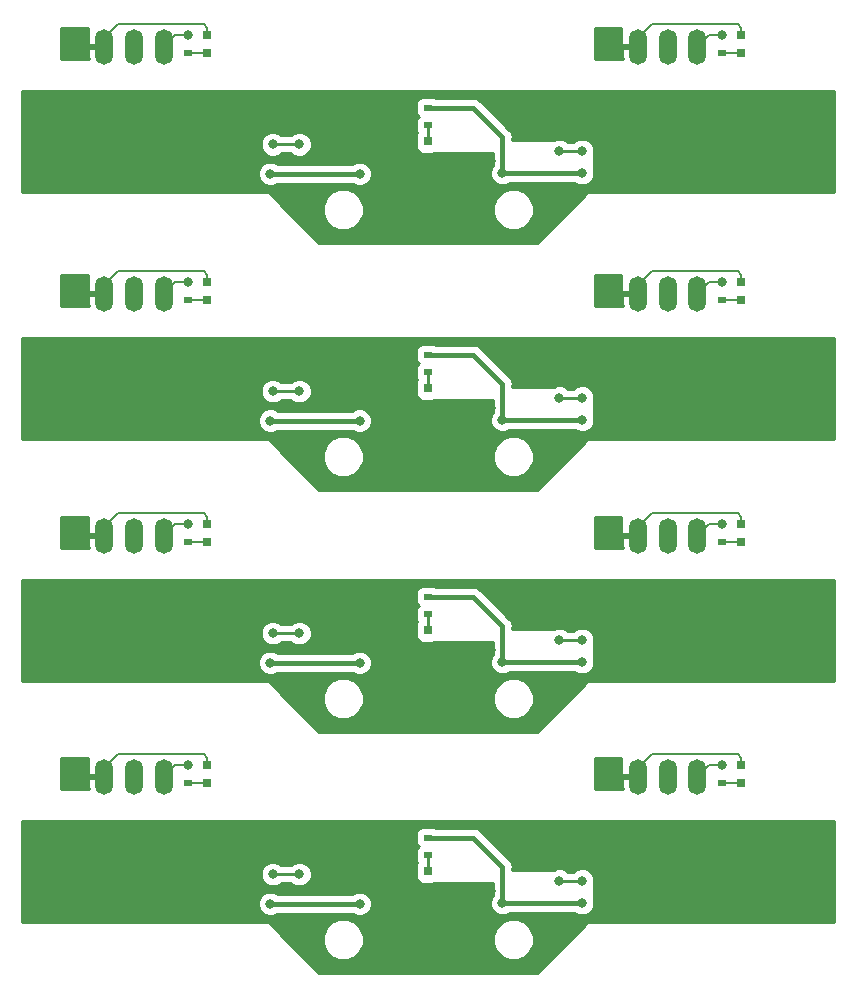
<source format=gtl>
G04 #@! TF.GenerationSoftware,KiCad,Pcbnew,(5.0.0)*
G04 #@! TF.CreationDate,2019-07-10T13:07:56+09:00*
G04 #@! TF.ProjectId,line and sensor,6C696E6520616E642073656E736F722E,rev?*
G04 #@! TF.SameCoordinates,Original*
G04 #@! TF.FileFunction,Copper,L1,Top,Signal*
G04 #@! TF.FilePolarity,Positive*
%FSLAX46Y46*%
G04 Gerber Fmt 4.6, Leading zero omitted, Abs format (unit mm)*
G04 Created by KiCad (PCBNEW (5.0.0)) date 07/10/19 13:07:56*
%MOMM*%
%LPD*%
G01*
G04 APERTURE LIST*
G04 #@! TA.AperFunction,SMDPad,CuDef*
%ADD10R,0.800000X0.500000*%
G04 #@! TD*
G04 #@! TA.AperFunction,SMDPad,CuDef*
%ADD11O,1.524000X3.000000*%
G04 #@! TD*
G04 #@! TA.AperFunction,SMDPad,CuDef*
%ADD12R,0.800000X0.800000*%
G04 #@! TD*
G04 #@! TA.AperFunction,ViaPad*
%ADD13C,0.800000*%
G04 #@! TD*
G04 #@! TA.AperFunction,Conductor*
%ADD14C,0.400000*%
G04 #@! TD*
G04 #@! TA.AperFunction,Conductor*
%ADD15C,0.250000*%
G04 #@! TD*
G04 #@! TA.AperFunction,Conductor*
%ADD16C,0.210000*%
G04 #@! TD*
G04 #@! TA.AperFunction,NonConductor*
%ADD17C,0.254000*%
G04 #@! TD*
G04 APERTURE END LIST*
D10*
G04 #@! TO.P,R1,2*
G04 #@! TO.N,N/C*
X180700000Y-63000000D03*
G04 #@! TO.P,R1,1*
X180700000Y-61500000D03*
G04 #@! TD*
D11*
G04 #@! TO.P,J1,3*
G04 #@! TO.N,N/C*
X173600000Y-62500000D03*
G04 #@! TO.P,J1,2*
X176100000Y-62500000D03*
G04 #@! TO.P,J1,1*
X178600000Y-62500000D03*
G04 #@! TD*
D12*
G04 #@! TO.P,D1,1*
G04 #@! TO.N,N/C*
X182300000Y-61500000D03*
G04 #@! TO.P,D1,2*
X182300000Y-63000000D03*
G04 #@! TD*
G04 #@! TO.P,D1,1*
G04 #@! TO.N,N/C*
X137100000Y-61500000D03*
G04 #@! TO.P,D1,2*
X137100000Y-63000000D03*
G04 #@! TD*
D11*
G04 #@! TO.P,J1,3*
G04 #@! TO.N,N/C*
X128400000Y-62500000D03*
G04 #@! TO.P,J1,2*
X130900000Y-62500000D03*
G04 #@! TO.P,J1,1*
X133400000Y-62500000D03*
G04 #@! TD*
D12*
G04 #@! TO.P,D1,1*
G04 #@! TO.N,N/C*
X155800000Y-72000000D03*
G04 #@! TO.P,D1,2*
X155800000Y-70500000D03*
G04 #@! TD*
D10*
G04 #@! TO.P,R1,2*
G04 #@! TO.N,N/C*
X135500000Y-63000000D03*
G04 #@! TO.P,R1,1*
X135500000Y-61500000D03*
G04 #@! TD*
G04 #@! TO.P,R1,1*
G04 #@! TO.N,N/C*
X155800000Y-67650000D03*
G04 #@! TO.P,R1,2*
X155800000Y-69150000D03*
G04 #@! TD*
G04 #@! TO.P,R1,2*
G04 #@! TO.N,N/C*
X180700000Y-83900000D03*
G04 #@! TO.P,R1,1*
X180700000Y-82400000D03*
G04 #@! TD*
D11*
G04 #@! TO.P,J1,3*
G04 #@! TO.N,N/C*
X173600000Y-83400000D03*
G04 #@! TO.P,J1,2*
X176100000Y-83400000D03*
G04 #@! TO.P,J1,1*
X178600000Y-83400000D03*
G04 #@! TD*
D12*
G04 #@! TO.P,D1,1*
G04 #@! TO.N,N/C*
X182300000Y-82400000D03*
G04 #@! TO.P,D1,2*
X182300000Y-83900000D03*
G04 #@! TD*
G04 #@! TO.P,D1,1*
G04 #@! TO.N,N/C*
X137100000Y-82400000D03*
G04 #@! TO.P,D1,2*
X137100000Y-83900000D03*
G04 #@! TD*
D11*
G04 #@! TO.P,J1,3*
G04 #@! TO.N,N/C*
X128400000Y-83400000D03*
G04 #@! TO.P,J1,2*
X130900000Y-83400000D03*
G04 #@! TO.P,J1,1*
X133400000Y-83400000D03*
G04 #@! TD*
D12*
G04 #@! TO.P,D1,1*
G04 #@! TO.N,N/C*
X155800000Y-92900000D03*
G04 #@! TO.P,D1,2*
X155800000Y-91400000D03*
G04 #@! TD*
D10*
G04 #@! TO.P,R1,2*
G04 #@! TO.N,N/C*
X135500000Y-83900000D03*
G04 #@! TO.P,R1,1*
X135500000Y-82400000D03*
G04 #@! TD*
G04 #@! TO.P,R1,1*
G04 #@! TO.N,N/C*
X155800000Y-88550000D03*
G04 #@! TO.P,R1,2*
X155800000Y-90050000D03*
G04 #@! TD*
G04 #@! TO.P,R1,2*
G04 #@! TO.N,N/C*
X180700000Y-104400000D03*
G04 #@! TO.P,R1,1*
X180700000Y-102900000D03*
G04 #@! TD*
D11*
G04 #@! TO.P,J1,3*
G04 #@! TO.N,N/C*
X173600000Y-103900000D03*
G04 #@! TO.P,J1,2*
X176100000Y-103900000D03*
G04 #@! TO.P,J1,1*
X178600000Y-103900000D03*
G04 #@! TD*
D12*
G04 #@! TO.P,D1,1*
G04 #@! TO.N,N/C*
X182300000Y-102900000D03*
G04 #@! TO.P,D1,2*
X182300000Y-104400000D03*
G04 #@! TD*
G04 #@! TO.P,D1,1*
G04 #@! TO.N,N/C*
X137100000Y-102900000D03*
G04 #@! TO.P,D1,2*
X137100000Y-104400000D03*
G04 #@! TD*
D11*
G04 #@! TO.P,J1,3*
G04 #@! TO.N,N/C*
X128400000Y-103900000D03*
G04 #@! TO.P,J1,2*
X130900000Y-103900000D03*
G04 #@! TO.P,J1,1*
X133400000Y-103900000D03*
G04 #@! TD*
D12*
G04 #@! TO.P,D1,1*
G04 #@! TO.N,N/C*
X155800000Y-113400000D03*
G04 #@! TO.P,D1,2*
X155800000Y-111900000D03*
G04 #@! TD*
D10*
G04 #@! TO.P,R1,2*
G04 #@! TO.N,N/C*
X135500000Y-104400000D03*
G04 #@! TO.P,R1,1*
X135500000Y-102900000D03*
G04 #@! TD*
G04 #@! TO.P,R1,1*
G04 #@! TO.N,N/C*
X155800000Y-109050000D03*
G04 #@! TO.P,R1,2*
X155800000Y-110550000D03*
G04 #@! TD*
G04 #@! TO.P,R1,1*
G04 #@! TO.N,N/C*
X180700000Y-123300000D03*
G04 #@! TO.P,R1,2*
X180700000Y-124800000D03*
G04 #@! TD*
D12*
G04 #@! TO.P,D1,2*
G04 #@! TO.N,N/C*
X182300000Y-124800000D03*
G04 #@! TO.P,D1,1*
X182300000Y-123300000D03*
G04 #@! TD*
D11*
G04 #@! TO.P,J1,1*
G04 #@! TO.N,N/C*
X178600000Y-124300000D03*
G04 #@! TO.P,J1,2*
X176100000Y-124300000D03*
G04 #@! TO.P,J1,3*
X173600000Y-124300000D03*
G04 #@! TD*
D10*
G04 #@! TO.P,R1,1*
G04 #@! TO.N,N/C*
X135500000Y-123300000D03*
G04 #@! TO.P,R1,2*
X135500000Y-124800000D03*
G04 #@! TD*
D12*
G04 #@! TO.P,D1,2*
G04 #@! TO.N,N/C*
X137100000Y-124800000D03*
G04 #@! TO.P,D1,1*
X137100000Y-123300000D03*
G04 #@! TD*
D11*
G04 #@! TO.P,J1,1*
G04 #@! TO.N,N/C*
X133400000Y-124300000D03*
G04 #@! TO.P,J1,2*
X130900000Y-124300000D03*
G04 #@! TO.P,J1,3*
X128400000Y-124300000D03*
G04 #@! TD*
D10*
G04 #@! TO.P,R1,2*
G04 #@! TO.N,N/C*
X155800000Y-130950000D03*
G04 #@! TO.P,R1,1*
X155800000Y-129450000D03*
G04 #@! TD*
D12*
G04 #@! TO.P,D1,2*
G04 #@! TO.N,N/C*
X155800000Y-132300000D03*
G04 #@! TO.P,D1,1*
X155800000Y-133800000D03*
G04 #@! TD*
D13*
G04 #@! TO.N,*
X155700000Y-138200000D03*
X176300000Y-130000000D03*
X133800000Y-129800000D03*
X152500000Y-134200000D03*
X122950000Y-132800000D03*
X153500000Y-129400000D03*
X189200000Y-132600000D03*
X161100000Y-133950000D03*
X166900000Y-133100000D03*
X168850000Y-133100000D03*
X162100000Y-135000000D03*
X168850000Y-135000000D03*
X150000002Y-135050000D03*
X142450000Y-135050000D03*
X142650000Y-132550000D03*
X144900000Y-132550000D03*
X128400000Y-124300000D03*
X125600000Y-124000000D03*
X130900000Y-124300000D03*
X135500000Y-123300000D03*
X173600000Y-124300000D03*
X170800000Y-124000000D03*
X176100000Y-124300000D03*
X180700000Y-123300000D03*
X168850000Y-112700000D03*
X142450000Y-114650000D03*
X125600000Y-103600000D03*
X176300000Y-109600000D03*
X180700000Y-102900000D03*
X128400000Y-103900000D03*
X150000002Y-114650000D03*
X153500000Y-109000000D03*
X161100000Y-113550000D03*
X152500000Y-113800000D03*
X162100000Y-114600000D03*
X130900000Y-103900000D03*
X144900000Y-112150000D03*
X133800000Y-109400000D03*
X155700000Y-117800000D03*
X168850000Y-114600000D03*
X173600000Y-103900000D03*
X142650000Y-112150000D03*
X170800000Y-103600000D03*
X135500000Y-102900000D03*
X166900000Y-112700000D03*
X176100000Y-103900000D03*
X189200000Y-112200000D03*
X122950000Y-112400000D03*
X168850000Y-92200000D03*
X142450000Y-94150000D03*
X125600000Y-83100000D03*
X176300000Y-89100000D03*
X180700000Y-82400000D03*
X128400000Y-83400000D03*
X150000002Y-94150000D03*
X153500000Y-88500000D03*
X161100000Y-93050000D03*
X152500000Y-93300000D03*
X162100000Y-94100000D03*
X130900000Y-83400000D03*
X144900000Y-91650000D03*
X133800000Y-88900000D03*
X155700000Y-97300000D03*
X168850000Y-94100000D03*
X173600000Y-83400000D03*
X142650000Y-91650000D03*
X170800000Y-83100000D03*
X135500000Y-82400000D03*
X166900000Y-92200000D03*
X176100000Y-83400000D03*
X189200000Y-91700000D03*
X122950000Y-91900000D03*
X168850000Y-71300000D03*
X142450000Y-73250000D03*
X125600000Y-62200000D03*
X176300000Y-68200000D03*
X180700000Y-61500000D03*
X128400000Y-62500000D03*
X150000002Y-73250000D03*
X153500000Y-67600000D03*
X161100000Y-72150000D03*
X152500000Y-72400000D03*
X162100000Y-73200000D03*
X130900000Y-62500000D03*
X144900000Y-70750000D03*
X133800000Y-68000000D03*
X155700000Y-76400000D03*
X168850000Y-73200000D03*
X173600000Y-62500000D03*
X142650000Y-70750000D03*
X170800000Y-62200000D03*
X135500000Y-61500000D03*
X166900000Y-71300000D03*
X176100000Y-62500000D03*
X189200000Y-70800000D03*
X122950000Y-71000000D03*
G04 #@! TD*
D14*
G04 #@! TO.N,*
X153000000Y-133800000D02*
X152600000Y-134200000D01*
X152600000Y-134200000D02*
X152500000Y-134200000D01*
X160950000Y-133800000D02*
X161100000Y-133950000D01*
X155800000Y-133800000D02*
X153000000Y-133800000D01*
X155800000Y-133800000D02*
X160950000Y-133800000D01*
D15*
X155800000Y-130950000D02*
X155800000Y-132300000D01*
X166900000Y-133100000D02*
X168850000Y-133100000D01*
D14*
X155800000Y-129450000D02*
X159600000Y-129450000D01*
X159600000Y-129450000D02*
X162100000Y-131950000D01*
X162100000Y-135000000D02*
X168850000Y-135000000D01*
X142450000Y-135050000D02*
X150000002Y-135050000D01*
X162100000Y-131950000D02*
X162100000Y-135000000D01*
X150050002Y-135000000D02*
X150000002Y-135050000D01*
D15*
X144900000Y-132550000D02*
X142650000Y-132550000D01*
D16*
X137100000Y-122690000D02*
X136815010Y-122405010D01*
X129556990Y-122405010D02*
X128400000Y-123562000D01*
X136815010Y-122405010D02*
X129556990Y-122405010D01*
X137100000Y-123300000D02*
X137100000Y-122690000D01*
X128400000Y-123562000D02*
X128400000Y-124300000D01*
X137100000Y-124800000D02*
X135200000Y-124800000D01*
X135200000Y-124800000D02*
X135500000Y-124800000D01*
X135500000Y-123300000D02*
X134400000Y-123300000D01*
X134400000Y-123300000D02*
X133400000Y-124300000D01*
X182300000Y-122690000D02*
X182015010Y-122405010D01*
X174756990Y-122405010D02*
X173600000Y-123562000D01*
X182015010Y-122405010D02*
X174756990Y-122405010D01*
X182300000Y-123300000D02*
X182300000Y-122690000D01*
X173600000Y-123562000D02*
X173600000Y-124300000D01*
X182300000Y-124800000D02*
X180400000Y-124800000D01*
X180400000Y-124800000D02*
X180700000Y-124800000D01*
X180700000Y-123300000D02*
X179600000Y-123300000D01*
X179600000Y-123300000D02*
X178600000Y-124300000D01*
D14*
X152600000Y-113800000D02*
X152500000Y-113800000D01*
X160950000Y-113400000D02*
X161100000Y-113550000D01*
D15*
X155800000Y-110550000D02*
X155800000Y-111900000D01*
X144900000Y-112150000D02*
X142650000Y-112150000D01*
D14*
X155800000Y-113400000D02*
X153000000Y-113400000D01*
X155800000Y-113400000D02*
X160950000Y-113400000D01*
X153000000Y-113400000D02*
X152600000Y-113800000D01*
D16*
X134400000Y-102900000D02*
X133400000Y-103900000D01*
X137100000Y-104400000D02*
X135200000Y-104400000D01*
X136815010Y-102005010D02*
X129556990Y-102005010D01*
X135500000Y-102900000D02*
X134400000Y-102900000D01*
X129556990Y-102005010D02*
X128400000Y-103162000D01*
X135200000Y-104400000D02*
X135500000Y-104400000D01*
X137100000Y-102290000D02*
X136815010Y-102005010D01*
X137100000Y-102900000D02*
X137100000Y-102290000D01*
X128400000Y-103162000D02*
X128400000Y-103900000D01*
X182300000Y-102290000D02*
X182015010Y-102005010D01*
X182300000Y-104400000D02*
X180400000Y-104400000D01*
X180700000Y-102900000D02*
X179600000Y-102900000D01*
X174756990Y-102005010D02*
X173600000Y-103162000D01*
X182015010Y-102005010D02*
X174756990Y-102005010D01*
X180400000Y-104400000D02*
X180700000Y-104400000D01*
X173600000Y-103162000D02*
X173600000Y-103900000D01*
X182300000Y-102900000D02*
X182300000Y-102290000D01*
X179600000Y-102900000D02*
X178600000Y-103900000D01*
D15*
X166900000Y-112700000D02*
X168850000Y-112700000D01*
D14*
X150050002Y-114600000D02*
X150000002Y-114650000D01*
X162100000Y-111550000D02*
X162100000Y-114600000D01*
X142450000Y-114650000D02*
X150000002Y-114650000D01*
X162100000Y-114600000D02*
X168850000Y-114600000D01*
X159600000Y-109050000D02*
X162100000Y-111550000D01*
X155800000Y-109050000D02*
X159600000Y-109050000D01*
X152600000Y-93300000D02*
X152500000Y-93300000D01*
X160950000Y-92900000D02*
X161100000Y-93050000D01*
D15*
X155800000Y-90050000D02*
X155800000Y-91400000D01*
X144900000Y-91650000D02*
X142650000Y-91650000D01*
D14*
X155800000Y-92900000D02*
X153000000Y-92900000D01*
X155800000Y-92900000D02*
X160950000Y-92900000D01*
X153000000Y-92900000D02*
X152600000Y-93300000D01*
D16*
X134400000Y-82400000D02*
X133400000Y-83400000D01*
X137100000Y-83900000D02*
X135200000Y-83900000D01*
X136815010Y-81505010D02*
X129556990Y-81505010D01*
X135500000Y-82400000D02*
X134400000Y-82400000D01*
X129556990Y-81505010D02*
X128400000Y-82662000D01*
X135200000Y-83900000D02*
X135500000Y-83900000D01*
X137100000Y-81790000D02*
X136815010Y-81505010D01*
X137100000Y-82400000D02*
X137100000Y-81790000D01*
X128400000Y-82662000D02*
X128400000Y-83400000D01*
X182300000Y-81790000D02*
X182015010Y-81505010D01*
X182300000Y-83900000D02*
X180400000Y-83900000D01*
X180700000Y-82400000D02*
X179600000Y-82400000D01*
X174756990Y-81505010D02*
X173600000Y-82662000D01*
X182015010Y-81505010D02*
X174756990Y-81505010D01*
X180400000Y-83900000D02*
X180700000Y-83900000D01*
X173600000Y-82662000D02*
X173600000Y-83400000D01*
X182300000Y-82400000D02*
X182300000Y-81790000D01*
X179600000Y-82400000D02*
X178600000Y-83400000D01*
D15*
X166900000Y-92200000D02*
X168850000Y-92200000D01*
D14*
X150050002Y-94100000D02*
X150000002Y-94150000D01*
X162100000Y-91050000D02*
X162100000Y-94100000D01*
X142450000Y-94150000D02*
X150000002Y-94150000D01*
X162100000Y-94100000D02*
X168850000Y-94100000D01*
X159600000Y-88550000D02*
X162100000Y-91050000D01*
X155800000Y-88550000D02*
X159600000Y-88550000D01*
X152600000Y-72400000D02*
X152500000Y-72400000D01*
X160950000Y-72000000D02*
X161100000Y-72150000D01*
D15*
X155800000Y-69150000D02*
X155800000Y-70500000D01*
X144900000Y-70750000D02*
X142650000Y-70750000D01*
D14*
X155800000Y-72000000D02*
X153000000Y-72000000D01*
X155800000Y-72000000D02*
X160950000Y-72000000D01*
X153000000Y-72000000D02*
X152600000Y-72400000D01*
D16*
X134400000Y-61500000D02*
X133400000Y-62500000D01*
X137100000Y-63000000D02*
X135200000Y-63000000D01*
X136815010Y-60605010D02*
X129556990Y-60605010D01*
X135500000Y-61500000D02*
X134400000Y-61500000D01*
X129556990Y-60605010D02*
X128400000Y-61762000D01*
X135200000Y-63000000D02*
X135500000Y-63000000D01*
X137100000Y-60890000D02*
X136815010Y-60605010D01*
X137100000Y-61500000D02*
X137100000Y-60890000D01*
X128400000Y-61762000D02*
X128400000Y-62500000D01*
X182300000Y-60890000D02*
X182015010Y-60605010D01*
X182300000Y-63000000D02*
X180400000Y-63000000D01*
X180700000Y-61500000D02*
X179600000Y-61500000D01*
X174756990Y-60605010D02*
X173600000Y-61762000D01*
X182015010Y-60605010D02*
X174756990Y-60605010D01*
X180400000Y-63000000D02*
X180700000Y-63000000D01*
X173600000Y-61762000D02*
X173600000Y-62500000D01*
X182300000Y-61500000D02*
X182300000Y-60890000D01*
X179600000Y-61500000D02*
X178600000Y-62500000D01*
D15*
X166900000Y-71300000D02*
X168850000Y-71300000D01*
D14*
X150050002Y-73200000D02*
X150000002Y-73250000D01*
X162100000Y-70150000D02*
X162100000Y-73200000D01*
X142450000Y-73250000D02*
X150000002Y-73250000D01*
X162100000Y-73200000D02*
X168850000Y-73200000D01*
X159600000Y-67650000D02*
X162100000Y-70150000D01*
X155800000Y-67650000D02*
X159600000Y-67650000D01*
G04 #@! TD*
D17*
G36*
X190190001Y-136590000D02*
X169669920Y-136590000D01*
X169599999Y-136576092D01*
X169530078Y-136590000D01*
X169530074Y-136590000D01*
X169322972Y-136631195D01*
X169088119Y-136788119D01*
X169048508Y-136847401D01*
X165005910Y-140890000D01*
X146594091Y-140890000D01*
X143458978Y-137754887D01*
X146865000Y-137754887D01*
X146865000Y-138445113D01*
X147129138Y-139082799D01*
X147617201Y-139570862D01*
X148254887Y-139835000D01*
X148945113Y-139835000D01*
X149582799Y-139570862D01*
X150070862Y-139082799D01*
X150335000Y-138445113D01*
X150335000Y-137754887D01*
X161265000Y-137754887D01*
X161265000Y-138445113D01*
X161529138Y-139082799D01*
X162017201Y-139570862D01*
X162654887Y-139835000D01*
X163345113Y-139835000D01*
X163982799Y-139570862D01*
X164470862Y-139082799D01*
X164735000Y-138445113D01*
X164735000Y-137754887D01*
X164470862Y-137117201D01*
X163982799Y-136629138D01*
X163345113Y-136365000D01*
X162654887Y-136365000D01*
X162017201Y-136629138D01*
X161529138Y-137117201D01*
X161265000Y-137754887D01*
X150335000Y-137754887D01*
X150070862Y-137117201D01*
X149582799Y-136629138D01*
X148945113Y-136365000D01*
X148254887Y-136365000D01*
X147617201Y-136629138D01*
X147129138Y-137117201D01*
X146865000Y-137754887D01*
X143458978Y-137754887D01*
X142551494Y-136847404D01*
X142511881Y-136788119D01*
X142277028Y-136631195D01*
X142069926Y-136590000D01*
X142069924Y-136590000D01*
X142000000Y-136576091D01*
X141930076Y-136590000D01*
X121410000Y-136590000D01*
X121410000Y-134844126D01*
X141415000Y-134844126D01*
X141415000Y-135255874D01*
X141572569Y-135636280D01*
X141863720Y-135927431D01*
X142244126Y-136085000D01*
X142655874Y-136085000D01*
X143036280Y-135927431D01*
X143078711Y-135885000D01*
X149371291Y-135885000D01*
X149413722Y-135927431D01*
X149794128Y-136085000D01*
X150205876Y-136085000D01*
X150586282Y-135927431D01*
X150877433Y-135636280D01*
X151035002Y-135255874D01*
X151035002Y-134844126D01*
X150877433Y-134463720D01*
X150586282Y-134172569D01*
X150205876Y-134015000D01*
X149794128Y-134015000D01*
X149413722Y-134172569D01*
X149371291Y-134215000D01*
X143078711Y-134215000D01*
X143036280Y-134172569D01*
X142655874Y-134015000D01*
X142244126Y-134015000D01*
X141863720Y-134172569D01*
X141572569Y-134463720D01*
X141415000Y-134844126D01*
X121410000Y-134844126D01*
X121410000Y-132344126D01*
X141615000Y-132344126D01*
X141615000Y-132755874D01*
X141772569Y-133136280D01*
X142063720Y-133427431D01*
X142444126Y-133585000D01*
X142855874Y-133585000D01*
X143236280Y-133427431D01*
X143353711Y-133310000D01*
X144196289Y-133310000D01*
X144313720Y-133427431D01*
X144694126Y-133585000D01*
X145105874Y-133585000D01*
X145486280Y-133427431D01*
X145777431Y-133136280D01*
X145935000Y-132755874D01*
X145935000Y-132344126D01*
X145777431Y-131963720D01*
X145486280Y-131672569D01*
X145105874Y-131515000D01*
X144694126Y-131515000D01*
X144313720Y-131672569D01*
X144196289Y-131790000D01*
X143353711Y-131790000D01*
X143236280Y-131672569D01*
X142855874Y-131515000D01*
X142444126Y-131515000D01*
X142063720Y-131672569D01*
X141772569Y-131963720D01*
X141615000Y-132344126D01*
X121410000Y-132344126D01*
X121410000Y-129200000D01*
X154752560Y-129200000D01*
X154752560Y-129700000D01*
X154801843Y-129947765D01*
X154942191Y-130157809D01*
X155005334Y-130200000D01*
X154942191Y-130242191D01*
X154801843Y-130452235D01*
X154752560Y-130700000D01*
X154752560Y-131200000D01*
X154801843Y-131447765D01*
X154870155Y-131550000D01*
X154801843Y-131652235D01*
X154752560Y-131900000D01*
X154752560Y-132700000D01*
X154801843Y-132947765D01*
X154942191Y-133157809D01*
X155152235Y-133298157D01*
X155400000Y-133347440D01*
X156200000Y-133347440D01*
X156302760Y-133327000D01*
X161265000Y-133327000D01*
X161265001Y-134371288D01*
X161222569Y-134413720D01*
X161065000Y-134794126D01*
X161065000Y-135205874D01*
X161222569Y-135586280D01*
X161513720Y-135877431D01*
X161894126Y-136035000D01*
X162305874Y-136035000D01*
X162686280Y-135877431D01*
X162728711Y-135835000D01*
X168221289Y-135835000D01*
X168263720Y-135877431D01*
X168644126Y-136035000D01*
X169055874Y-136035000D01*
X169436280Y-135877431D01*
X169727431Y-135586280D01*
X169885000Y-135205874D01*
X169885000Y-134794126D01*
X169827000Y-134654101D01*
X169827000Y-133445899D01*
X169885000Y-133305874D01*
X169885000Y-132894126D01*
X169727431Y-132513720D01*
X169436280Y-132222569D01*
X169055874Y-132065000D01*
X168644126Y-132065000D01*
X168263720Y-132222569D01*
X168146289Y-132340000D01*
X167603711Y-132340000D01*
X167486280Y-132222569D01*
X167105874Y-132065000D01*
X166694126Y-132065000D01*
X166433390Y-132173000D01*
X162935000Y-132173000D01*
X162935000Y-132032237D01*
X162951358Y-131950000D01*
X162886552Y-131624199D01*
X162702001Y-131347999D01*
X162632283Y-131301415D01*
X160248587Y-128917720D01*
X160202001Y-128847999D01*
X159925801Y-128663448D01*
X159682237Y-128615000D01*
X159682233Y-128615000D01*
X159600000Y-128598643D01*
X159517767Y-128615000D01*
X156467456Y-128615000D01*
X156447765Y-128601843D01*
X156200000Y-128552560D01*
X155400000Y-128552560D01*
X155152235Y-128601843D01*
X154942191Y-128742191D01*
X154801843Y-128952235D01*
X154752560Y-129200000D01*
X121410000Y-129200000D01*
X121410000Y-128010000D01*
X190190000Y-128010000D01*
X190190001Y-136590000D01*
X190190001Y-136590000D01*
G37*
X190190001Y-136590000D02*
X169669920Y-136590000D01*
X169599999Y-136576092D01*
X169530078Y-136590000D01*
X169530074Y-136590000D01*
X169322972Y-136631195D01*
X169088119Y-136788119D01*
X169048508Y-136847401D01*
X165005910Y-140890000D01*
X146594091Y-140890000D01*
X143458978Y-137754887D01*
X146865000Y-137754887D01*
X146865000Y-138445113D01*
X147129138Y-139082799D01*
X147617201Y-139570862D01*
X148254887Y-139835000D01*
X148945113Y-139835000D01*
X149582799Y-139570862D01*
X150070862Y-139082799D01*
X150335000Y-138445113D01*
X150335000Y-137754887D01*
X161265000Y-137754887D01*
X161265000Y-138445113D01*
X161529138Y-139082799D01*
X162017201Y-139570862D01*
X162654887Y-139835000D01*
X163345113Y-139835000D01*
X163982799Y-139570862D01*
X164470862Y-139082799D01*
X164735000Y-138445113D01*
X164735000Y-137754887D01*
X164470862Y-137117201D01*
X163982799Y-136629138D01*
X163345113Y-136365000D01*
X162654887Y-136365000D01*
X162017201Y-136629138D01*
X161529138Y-137117201D01*
X161265000Y-137754887D01*
X150335000Y-137754887D01*
X150070862Y-137117201D01*
X149582799Y-136629138D01*
X148945113Y-136365000D01*
X148254887Y-136365000D01*
X147617201Y-136629138D01*
X147129138Y-137117201D01*
X146865000Y-137754887D01*
X143458978Y-137754887D01*
X142551494Y-136847404D01*
X142511881Y-136788119D01*
X142277028Y-136631195D01*
X142069926Y-136590000D01*
X142069924Y-136590000D01*
X142000000Y-136576091D01*
X141930076Y-136590000D01*
X121410000Y-136590000D01*
X121410000Y-134844126D01*
X141415000Y-134844126D01*
X141415000Y-135255874D01*
X141572569Y-135636280D01*
X141863720Y-135927431D01*
X142244126Y-136085000D01*
X142655874Y-136085000D01*
X143036280Y-135927431D01*
X143078711Y-135885000D01*
X149371291Y-135885000D01*
X149413722Y-135927431D01*
X149794128Y-136085000D01*
X150205876Y-136085000D01*
X150586282Y-135927431D01*
X150877433Y-135636280D01*
X151035002Y-135255874D01*
X151035002Y-134844126D01*
X150877433Y-134463720D01*
X150586282Y-134172569D01*
X150205876Y-134015000D01*
X149794128Y-134015000D01*
X149413722Y-134172569D01*
X149371291Y-134215000D01*
X143078711Y-134215000D01*
X143036280Y-134172569D01*
X142655874Y-134015000D01*
X142244126Y-134015000D01*
X141863720Y-134172569D01*
X141572569Y-134463720D01*
X141415000Y-134844126D01*
X121410000Y-134844126D01*
X121410000Y-132344126D01*
X141615000Y-132344126D01*
X141615000Y-132755874D01*
X141772569Y-133136280D01*
X142063720Y-133427431D01*
X142444126Y-133585000D01*
X142855874Y-133585000D01*
X143236280Y-133427431D01*
X143353711Y-133310000D01*
X144196289Y-133310000D01*
X144313720Y-133427431D01*
X144694126Y-133585000D01*
X145105874Y-133585000D01*
X145486280Y-133427431D01*
X145777431Y-133136280D01*
X145935000Y-132755874D01*
X145935000Y-132344126D01*
X145777431Y-131963720D01*
X145486280Y-131672569D01*
X145105874Y-131515000D01*
X144694126Y-131515000D01*
X144313720Y-131672569D01*
X144196289Y-131790000D01*
X143353711Y-131790000D01*
X143236280Y-131672569D01*
X142855874Y-131515000D01*
X142444126Y-131515000D01*
X142063720Y-131672569D01*
X141772569Y-131963720D01*
X141615000Y-132344126D01*
X121410000Y-132344126D01*
X121410000Y-129200000D01*
X154752560Y-129200000D01*
X154752560Y-129700000D01*
X154801843Y-129947765D01*
X154942191Y-130157809D01*
X155005334Y-130200000D01*
X154942191Y-130242191D01*
X154801843Y-130452235D01*
X154752560Y-130700000D01*
X154752560Y-131200000D01*
X154801843Y-131447765D01*
X154870155Y-131550000D01*
X154801843Y-131652235D01*
X154752560Y-131900000D01*
X154752560Y-132700000D01*
X154801843Y-132947765D01*
X154942191Y-133157809D01*
X155152235Y-133298157D01*
X155400000Y-133347440D01*
X156200000Y-133347440D01*
X156302760Y-133327000D01*
X161265000Y-133327000D01*
X161265001Y-134371288D01*
X161222569Y-134413720D01*
X161065000Y-134794126D01*
X161065000Y-135205874D01*
X161222569Y-135586280D01*
X161513720Y-135877431D01*
X161894126Y-136035000D01*
X162305874Y-136035000D01*
X162686280Y-135877431D01*
X162728711Y-135835000D01*
X168221289Y-135835000D01*
X168263720Y-135877431D01*
X168644126Y-136035000D01*
X169055874Y-136035000D01*
X169436280Y-135877431D01*
X169727431Y-135586280D01*
X169885000Y-135205874D01*
X169885000Y-134794126D01*
X169827000Y-134654101D01*
X169827000Y-133445899D01*
X169885000Y-133305874D01*
X169885000Y-132894126D01*
X169727431Y-132513720D01*
X169436280Y-132222569D01*
X169055874Y-132065000D01*
X168644126Y-132065000D01*
X168263720Y-132222569D01*
X168146289Y-132340000D01*
X167603711Y-132340000D01*
X167486280Y-132222569D01*
X167105874Y-132065000D01*
X166694126Y-132065000D01*
X166433390Y-132173000D01*
X162935000Y-132173000D01*
X162935000Y-132032237D01*
X162951358Y-131950000D01*
X162886552Y-131624199D01*
X162702001Y-131347999D01*
X162632283Y-131301415D01*
X160248587Y-128917720D01*
X160202001Y-128847999D01*
X159925801Y-128663448D01*
X159682237Y-128615000D01*
X159682233Y-128615000D01*
X159600000Y-128598643D01*
X159517767Y-128615000D01*
X156467456Y-128615000D01*
X156447765Y-128601843D01*
X156200000Y-128552560D01*
X155400000Y-128552560D01*
X155152235Y-128601843D01*
X154942191Y-128742191D01*
X154801843Y-128952235D01*
X154752560Y-129200000D01*
X121410000Y-129200000D01*
X121410000Y-128010000D01*
X190190000Y-128010000D01*
X190190001Y-136590000D01*
G36*
X126973000Y-124000000D02*
X126982667Y-124048601D01*
X127003000Y-124079032D01*
X127003000Y-124173000D01*
X128273000Y-124173000D01*
X128273000Y-124153000D01*
X128527000Y-124153000D01*
X128527000Y-124173000D01*
X128547000Y-124173000D01*
X128547000Y-124427000D01*
X128527000Y-124427000D01*
X128527000Y-124447000D01*
X128273000Y-124447000D01*
X128273000Y-124427000D01*
X127003000Y-124427000D01*
X127003000Y-125165000D01*
X127062032Y-125365000D01*
X124727000Y-125365000D01*
X124727000Y-124414427D01*
X124735000Y-124395113D01*
X124735000Y-124150547D01*
X124755000Y-124050000D01*
X124735000Y-123949453D01*
X124735000Y-123704887D01*
X124727000Y-123685573D01*
X124727000Y-122735000D01*
X126973000Y-122735000D01*
X126973000Y-124000000D01*
X126973000Y-124000000D01*
G37*
X126973000Y-124000000D02*
X126982667Y-124048601D01*
X127003000Y-124079032D01*
X127003000Y-124173000D01*
X128273000Y-124173000D01*
X128273000Y-124153000D01*
X128527000Y-124153000D01*
X128527000Y-124173000D01*
X128547000Y-124173000D01*
X128547000Y-124427000D01*
X128527000Y-124427000D01*
X128527000Y-124447000D01*
X128273000Y-124447000D01*
X128273000Y-124427000D01*
X127003000Y-124427000D01*
X127003000Y-125165000D01*
X127062032Y-125365000D01*
X124727000Y-125365000D01*
X124727000Y-124414427D01*
X124735000Y-124395113D01*
X124735000Y-124150547D01*
X124755000Y-124050000D01*
X124735000Y-123949453D01*
X124735000Y-123704887D01*
X124727000Y-123685573D01*
X124727000Y-122735000D01*
X126973000Y-122735000D01*
X126973000Y-124000000D01*
G36*
X137227000Y-123173000D02*
X137273000Y-123173000D01*
X137273000Y-123427000D01*
X137227000Y-123427000D01*
X137227000Y-123447000D01*
X136973000Y-123447000D01*
X136973000Y-123427000D01*
X136953000Y-123427000D01*
X136953000Y-123173000D01*
X136973000Y-123173000D01*
X136973000Y-123153000D01*
X137227000Y-123153000D01*
X137227000Y-123173000D01*
X137227000Y-123173000D01*
G37*
X137227000Y-123173000D02*
X137273000Y-123173000D01*
X137273000Y-123427000D01*
X137227000Y-123427000D01*
X137227000Y-123447000D01*
X136973000Y-123447000D01*
X136973000Y-123427000D01*
X136953000Y-123427000D01*
X136953000Y-123173000D01*
X136973000Y-123173000D01*
X136973000Y-123153000D01*
X137227000Y-123153000D01*
X137227000Y-123173000D01*
G36*
X172173000Y-124000000D02*
X172182667Y-124048601D01*
X172203000Y-124079032D01*
X172203000Y-124173000D01*
X173473000Y-124173000D01*
X173473000Y-124153000D01*
X173727000Y-124153000D01*
X173727000Y-124173000D01*
X173747000Y-124173000D01*
X173747000Y-124427000D01*
X173727000Y-124427000D01*
X173727000Y-124447000D01*
X173473000Y-124447000D01*
X173473000Y-124427000D01*
X172203000Y-124427000D01*
X172203000Y-125165000D01*
X172262032Y-125365000D01*
X169927000Y-125365000D01*
X169927000Y-124414427D01*
X169935000Y-124395113D01*
X169935000Y-124150547D01*
X169955000Y-124050000D01*
X169935000Y-123949453D01*
X169935000Y-123704887D01*
X169927000Y-123685573D01*
X169927000Y-122735000D01*
X172173000Y-122735000D01*
X172173000Y-124000000D01*
X172173000Y-124000000D01*
G37*
X172173000Y-124000000D02*
X172182667Y-124048601D01*
X172203000Y-124079032D01*
X172203000Y-124173000D01*
X173473000Y-124173000D01*
X173473000Y-124153000D01*
X173727000Y-124153000D01*
X173727000Y-124173000D01*
X173747000Y-124173000D01*
X173747000Y-124427000D01*
X173727000Y-124427000D01*
X173727000Y-124447000D01*
X173473000Y-124447000D01*
X173473000Y-124427000D01*
X172203000Y-124427000D01*
X172203000Y-125165000D01*
X172262032Y-125365000D01*
X169927000Y-125365000D01*
X169927000Y-124414427D01*
X169935000Y-124395113D01*
X169935000Y-124150547D01*
X169955000Y-124050000D01*
X169935000Y-123949453D01*
X169935000Y-123704887D01*
X169927000Y-123685573D01*
X169927000Y-122735000D01*
X172173000Y-122735000D01*
X172173000Y-124000000D01*
G36*
X182427000Y-123173000D02*
X182473000Y-123173000D01*
X182473000Y-123427000D01*
X182427000Y-123427000D01*
X182427000Y-123447000D01*
X182173000Y-123447000D01*
X182173000Y-123427000D01*
X182153000Y-123427000D01*
X182153000Y-123173000D01*
X182173000Y-123173000D01*
X182173000Y-123153000D01*
X182427000Y-123153000D01*
X182427000Y-123173000D01*
X182427000Y-123173000D01*
G37*
X182427000Y-123173000D02*
X182473000Y-123173000D01*
X182473000Y-123427000D01*
X182427000Y-123427000D01*
X182427000Y-123447000D01*
X182173000Y-123447000D01*
X182173000Y-123427000D01*
X182153000Y-123427000D01*
X182153000Y-123173000D01*
X182173000Y-123173000D01*
X182173000Y-123153000D01*
X182427000Y-123153000D01*
X182427000Y-123173000D01*
G36*
X172173000Y-103600000D02*
X172182667Y-103648601D01*
X172203000Y-103679032D01*
X172203000Y-103773000D01*
X173473000Y-103773000D01*
X173473000Y-103753000D01*
X173727000Y-103753000D01*
X173727000Y-103773000D01*
X173747000Y-103773000D01*
X173747000Y-104027000D01*
X173727000Y-104027000D01*
X173727000Y-104047000D01*
X173473000Y-104047000D01*
X173473000Y-104027000D01*
X172203000Y-104027000D01*
X172203000Y-104765000D01*
X172262032Y-104965000D01*
X169927000Y-104965000D01*
X169927000Y-104014427D01*
X169935000Y-103995113D01*
X169935000Y-103750547D01*
X169955000Y-103650000D01*
X169935000Y-103549453D01*
X169935000Y-103304887D01*
X169927000Y-103285573D01*
X169927000Y-102335000D01*
X172173000Y-102335000D01*
X172173000Y-103600000D01*
X172173000Y-103600000D01*
G37*
X172173000Y-103600000D02*
X172182667Y-103648601D01*
X172203000Y-103679032D01*
X172203000Y-103773000D01*
X173473000Y-103773000D01*
X173473000Y-103753000D01*
X173727000Y-103753000D01*
X173727000Y-103773000D01*
X173747000Y-103773000D01*
X173747000Y-104027000D01*
X173727000Y-104027000D01*
X173727000Y-104047000D01*
X173473000Y-104047000D01*
X173473000Y-104027000D01*
X172203000Y-104027000D01*
X172203000Y-104765000D01*
X172262032Y-104965000D01*
X169927000Y-104965000D01*
X169927000Y-104014427D01*
X169935000Y-103995113D01*
X169935000Y-103750547D01*
X169955000Y-103650000D01*
X169935000Y-103549453D01*
X169935000Y-103304887D01*
X169927000Y-103285573D01*
X169927000Y-102335000D01*
X172173000Y-102335000D01*
X172173000Y-103600000D01*
G36*
X182427000Y-102773000D02*
X182473000Y-102773000D01*
X182473000Y-103027000D01*
X182427000Y-103027000D01*
X182427000Y-103047000D01*
X182173000Y-103047000D01*
X182173000Y-103027000D01*
X182153000Y-103027000D01*
X182153000Y-102773000D01*
X182173000Y-102773000D01*
X182173000Y-102753000D01*
X182427000Y-102753000D01*
X182427000Y-102773000D01*
X182427000Y-102773000D01*
G37*
X182427000Y-102773000D02*
X182473000Y-102773000D01*
X182473000Y-103027000D01*
X182427000Y-103027000D01*
X182427000Y-103047000D01*
X182173000Y-103047000D01*
X182173000Y-103027000D01*
X182153000Y-103027000D01*
X182153000Y-102773000D01*
X182173000Y-102773000D01*
X182173000Y-102753000D01*
X182427000Y-102753000D01*
X182427000Y-102773000D01*
G36*
X126973000Y-103600000D02*
X126982667Y-103648601D01*
X127003000Y-103679032D01*
X127003000Y-103773000D01*
X128273000Y-103773000D01*
X128273000Y-103753000D01*
X128527000Y-103753000D01*
X128527000Y-103773000D01*
X128547000Y-103773000D01*
X128547000Y-104027000D01*
X128527000Y-104027000D01*
X128527000Y-104047000D01*
X128273000Y-104047000D01*
X128273000Y-104027000D01*
X127003000Y-104027000D01*
X127003000Y-104765000D01*
X127062032Y-104965000D01*
X124727000Y-104965000D01*
X124727000Y-104014427D01*
X124735000Y-103995113D01*
X124735000Y-103750547D01*
X124755000Y-103650000D01*
X124735000Y-103549453D01*
X124735000Y-103304887D01*
X124727000Y-103285573D01*
X124727000Y-102335000D01*
X126973000Y-102335000D01*
X126973000Y-103600000D01*
X126973000Y-103600000D01*
G37*
X126973000Y-103600000D02*
X126982667Y-103648601D01*
X127003000Y-103679032D01*
X127003000Y-103773000D01*
X128273000Y-103773000D01*
X128273000Y-103753000D01*
X128527000Y-103753000D01*
X128527000Y-103773000D01*
X128547000Y-103773000D01*
X128547000Y-104027000D01*
X128527000Y-104027000D01*
X128527000Y-104047000D01*
X128273000Y-104047000D01*
X128273000Y-104027000D01*
X127003000Y-104027000D01*
X127003000Y-104765000D01*
X127062032Y-104965000D01*
X124727000Y-104965000D01*
X124727000Y-104014427D01*
X124735000Y-103995113D01*
X124735000Y-103750547D01*
X124755000Y-103650000D01*
X124735000Y-103549453D01*
X124735000Y-103304887D01*
X124727000Y-103285573D01*
X124727000Y-102335000D01*
X126973000Y-102335000D01*
X126973000Y-103600000D01*
G36*
X137227000Y-102773000D02*
X137273000Y-102773000D01*
X137273000Y-103027000D01*
X137227000Y-103027000D01*
X137227000Y-103047000D01*
X136973000Y-103047000D01*
X136973000Y-103027000D01*
X136953000Y-103027000D01*
X136953000Y-102773000D01*
X136973000Y-102773000D01*
X136973000Y-102753000D01*
X137227000Y-102753000D01*
X137227000Y-102773000D01*
X137227000Y-102773000D01*
G37*
X137227000Y-102773000D02*
X137273000Y-102773000D01*
X137273000Y-103027000D01*
X137227000Y-103027000D01*
X137227000Y-103047000D01*
X136973000Y-103047000D01*
X136973000Y-103027000D01*
X136953000Y-103027000D01*
X136953000Y-102773000D01*
X136973000Y-102773000D01*
X136973000Y-102753000D01*
X137227000Y-102753000D01*
X137227000Y-102773000D01*
G36*
X190190001Y-116190000D02*
X169669920Y-116190000D01*
X169599999Y-116176092D01*
X169530078Y-116190000D01*
X169530074Y-116190000D01*
X169322972Y-116231195D01*
X169088119Y-116388119D01*
X169048508Y-116447401D01*
X165005910Y-120490000D01*
X146594091Y-120490000D01*
X143458978Y-117354887D01*
X146865000Y-117354887D01*
X146865000Y-118045113D01*
X147129138Y-118682799D01*
X147617201Y-119170862D01*
X148254887Y-119435000D01*
X148945113Y-119435000D01*
X149582799Y-119170862D01*
X150070862Y-118682799D01*
X150335000Y-118045113D01*
X150335000Y-117354887D01*
X161265000Y-117354887D01*
X161265000Y-118045113D01*
X161529138Y-118682799D01*
X162017201Y-119170862D01*
X162654887Y-119435000D01*
X163345113Y-119435000D01*
X163982799Y-119170862D01*
X164470862Y-118682799D01*
X164735000Y-118045113D01*
X164735000Y-117354887D01*
X164470862Y-116717201D01*
X163982799Y-116229138D01*
X163345113Y-115965000D01*
X162654887Y-115965000D01*
X162017201Y-116229138D01*
X161529138Y-116717201D01*
X161265000Y-117354887D01*
X150335000Y-117354887D01*
X150070862Y-116717201D01*
X149582799Y-116229138D01*
X148945113Y-115965000D01*
X148254887Y-115965000D01*
X147617201Y-116229138D01*
X147129138Y-116717201D01*
X146865000Y-117354887D01*
X143458978Y-117354887D01*
X142551494Y-116447404D01*
X142511881Y-116388119D01*
X142277028Y-116231195D01*
X142069926Y-116190000D01*
X142069924Y-116190000D01*
X142000000Y-116176091D01*
X141930076Y-116190000D01*
X121410000Y-116190000D01*
X121410000Y-114444126D01*
X141415000Y-114444126D01*
X141415000Y-114855874D01*
X141572569Y-115236280D01*
X141863720Y-115527431D01*
X142244126Y-115685000D01*
X142655874Y-115685000D01*
X143036280Y-115527431D01*
X143078711Y-115485000D01*
X149371291Y-115485000D01*
X149413722Y-115527431D01*
X149794128Y-115685000D01*
X150205876Y-115685000D01*
X150586282Y-115527431D01*
X150877433Y-115236280D01*
X151035002Y-114855874D01*
X151035002Y-114444126D01*
X150877433Y-114063720D01*
X150586282Y-113772569D01*
X150205876Y-113615000D01*
X149794128Y-113615000D01*
X149413722Y-113772569D01*
X149371291Y-113815000D01*
X143078711Y-113815000D01*
X143036280Y-113772569D01*
X142655874Y-113615000D01*
X142244126Y-113615000D01*
X141863720Y-113772569D01*
X141572569Y-114063720D01*
X141415000Y-114444126D01*
X121410000Y-114444126D01*
X121410000Y-111944126D01*
X141615000Y-111944126D01*
X141615000Y-112355874D01*
X141772569Y-112736280D01*
X142063720Y-113027431D01*
X142444126Y-113185000D01*
X142855874Y-113185000D01*
X143236280Y-113027431D01*
X143353711Y-112910000D01*
X144196289Y-112910000D01*
X144313720Y-113027431D01*
X144694126Y-113185000D01*
X145105874Y-113185000D01*
X145486280Y-113027431D01*
X145777431Y-112736280D01*
X145935000Y-112355874D01*
X145935000Y-111944126D01*
X145777431Y-111563720D01*
X145486280Y-111272569D01*
X145105874Y-111115000D01*
X144694126Y-111115000D01*
X144313720Y-111272569D01*
X144196289Y-111390000D01*
X143353711Y-111390000D01*
X143236280Y-111272569D01*
X142855874Y-111115000D01*
X142444126Y-111115000D01*
X142063720Y-111272569D01*
X141772569Y-111563720D01*
X141615000Y-111944126D01*
X121410000Y-111944126D01*
X121410000Y-108800000D01*
X154752560Y-108800000D01*
X154752560Y-109300000D01*
X154801843Y-109547765D01*
X154942191Y-109757809D01*
X155005334Y-109800000D01*
X154942191Y-109842191D01*
X154801843Y-110052235D01*
X154752560Y-110300000D01*
X154752560Y-110800000D01*
X154801843Y-111047765D01*
X154870155Y-111150000D01*
X154801843Y-111252235D01*
X154752560Y-111500000D01*
X154752560Y-112300000D01*
X154801843Y-112547765D01*
X154942191Y-112757809D01*
X155152235Y-112898157D01*
X155400000Y-112947440D01*
X156200000Y-112947440D01*
X156302760Y-112927000D01*
X161265000Y-112927000D01*
X161265001Y-113971288D01*
X161222569Y-114013720D01*
X161065000Y-114394126D01*
X161065000Y-114805874D01*
X161222569Y-115186280D01*
X161513720Y-115477431D01*
X161894126Y-115635000D01*
X162305874Y-115635000D01*
X162686280Y-115477431D01*
X162728711Y-115435000D01*
X168221289Y-115435000D01*
X168263720Y-115477431D01*
X168644126Y-115635000D01*
X169055874Y-115635000D01*
X169436280Y-115477431D01*
X169727431Y-115186280D01*
X169885000Y-114805874D01*
X169885000Y-114394126D01*
X169827000Y-114254101D01*
X169827000Y-113045899D01*
X169885000Y-112905874D01*
X169885000Y-112494126D01*
X169727431Y-112113720D01*
X169436280Y-111822569D01*
X169055874Y-111665000D01*
X168644126Y-111665000D01*
X168263720Y-111822569D01*
X168146289Y-111940000D01*
X167603711Y-111940000D01*
X167486280Y-111822569D01*
X167105874Y-111665000D01*
X166694126Y-111665000D01*
X166433390Y-111773000D01*
X162935000Y-111773000D01*
X162935000Y-111632237D01*
X162951358Y-111550000D01*
X162886552Y-111224199D01*
X162702001Y-110947999D01*
X162632283Y-110901415D01*
X160248587Y-108517720D01*
X160202001Y-108447999D01*
X159925801Y-108263448D01*
X159682237Y-108215000D01*
X159682233Y-108215000D01*
X159600000Y-108198643D01*
X159517767Y-108215000D01*
X156467456Y-108215000D01*
X156447765Y-108201843D01*
X156200000Y-108152560D01*
X155400000Y-108152560D01*
X155152235Y-108201843D01*
X154942191Y-108342191D01*
X154801843Y-108552235D01*
X154752560Y-108800000D01*
X121410000Y-108800000D01*
X121410000Y-107610000D01*
X190190000Y-107610000D01*
X190190001Y-116190000D01*
X190190001Y-116190000D01*
G37*
X190190001Y-116190000D02*
X169669920Y-116190000D01*
X169599999Y-116176092D01*
X169530078Y-116190000D01*
X169530074Y-116190000D01*
X169322972Y-116231195D01*
X169088119Y-116388119D01*
X169048508Y-116447401D01*
X165005910Y-120490000D01*
X146594091Y-120490000D01*
X143458978Y-117354887D01*
X146865000Y-117354887D01*
X146865000Y-118045113D01*
X147129138Y-118682799D01*
X147617201Y-119170862D01*
X148254887Y-119435000D01*
X148945113Y-119435000D01*
X149582799Y-119170862D01*
X150070862Y-118682799D01*
X150335000Y-118045113D01*
X150335000Y-117354887D01*
X161265000Y-117354887D01*
X161265000Y-118045113D01*
X161529138Y-118682799D01*
X162017201Y-119170862D01*
X162654887Y-119435000D01*
X163345113Y-119435000D01*
X163982799Y-119170862D01*
X164470862Y-118682799D01*
X164735000Y-118045113D01*
X164735000Y-117354887D01*
X164470862Y-116717201D01*
X163982799Y-116229138D01*
X163345113Y-115965000D01*
X162654887Y-115965000D01*
X162017201Y-116229138D01*
X161529138Y-116717201D01*
X161265000Y-117354887D01*
X150335000Y-117354887D01*
X150070862Y-116717201D01*
X149582799Y-116229138D01*
X148945113Y-115965000D01*
X148254887Y-115965000D01*
X147617201Y-116229138D01*
X147129138Y-116717201D01*
X146865000Y-117354887D01*
X143458978Y-117354887D01*
X142551494Y-116447404D01*
X142511881Y-116388119D01*
X142277028Y-116231195D01*
X142069926Y-116190000D01*
X142069924Y-116190000D01*
X142000000Y-116176091D01*
X141930076Y-116190000D01*
X121410000Y-116190000D01*
X121410000Y-114444126D01*
X141415000Y-114444126D01*
X141415000Y-114855874D01*
X141572569Y-115236280D01*
X141863720Y-115527431D01*
X142244126Y-115685000D01*
X142655874Y-115685000D01*
X143036280Y-115527431D01*
X143078711Y-115485000D01*
X149371291Y-115485000D01*
X149413722Y-115527431D01*
X149794128Y-115685000D01*
X150205876Y-115685000D01*
X150586282Y-115527431D01*
X150877433Y-115236280D01*
X151035002Y-114855874D01*
X151035002Y-114444126D01*
X150877433Y-114063720D01*
X150586282Y-113772569D01*
X150205876Y-113615000D01*
X149794128Y-113615000D01*
X149413722Y-113772569D01*
X149371291Y-113815000D01*
X143078711Y-113815000D01*
X143036280Y-113772569D01*
X142655874Y-113615000D01*
X142244126Y-113615000D01*
X141863720Y-113772569D01*
X141572569Y-114063720D01*
X141415000Y-114444126D01*
X121410000Y-114444126D01*
X121410000Y-111944126D01*
X141615000Y-111944126D01*
X141615000Y-112355874D01*
X141772569Y-112736280D01*
X142063720Y-113027431D01*
X142444126Y-113185000D01*
X142855874Y-113185000D01*
X143236280Y-113027431D01*
X143353711Y-112910000D01*
X144196289Y-112910000D01*
X144313720Y-113027431D01*
X144694126Y-113185000D01*
X145105874Y-113185000D01*
X145486280Y-113027431D01*
X145777431Y-112736280D01*
X145935000Y-112355874D01*
X145935000Y-111944126D01*
X145777431Y-111563720D01*
X145486280Y-111272569D01*
X145105874Y-111115000D01*
X144694126Y-111115000D01*
X144313720Y-111272569D01*
X144196289Y-111390000D01*
X143353711Y-111390000D01*
X143236280Y-111272569D01*
X142855874Y-111115000D01*
X142444126Y-111115000D01*
X142063720Y-111272569D01*
X141772569Y-111563720D01*
X141615000Y-111944126D01*
X121410000Y-111944126D01*
X121410000Y-108800000D01*
X154752560Y-108800000D01*
X154752560Y-109300000D01*
X154801843Y-109547765D01*
X154942191Y-109757809D01*
X155005334Y-109800000D01*
X154942191Y-109842191D01*
X154801843Y-110052235D01*
X154752560Y-110300000D01*
X154752560Y-110800000D01*
X154801843Y-111047765D01*
X154870155Y-111150000D01*
X154801843Y-111252235D01*
X154752560Y-111500000D01*
X154752560Y-112300000D01*
X154801843Y-112547765D01*
X154942191Y-112757809D01*
X155152235Y-112898157D01*
X155400000Y-112947440D01*
X156200000Y-112947440D01*
X156302760Y-112927000D01*
X161265000Y-112927000D01*
X161265001Y-113971288D01*
X161222569Y-114013720D01*
X161065000Y-114394126D01*
X161065000Y-114805874D01*
X161222569Y-115186280D01*
X161513720Y-115477431D01*
X161894126Y-115635000D01*
X162305874Y-115635000D01*
X162686280Y-115477431D01*
X162728711Y-115435000D01*
X168221289Y-115435000D01*
X168263720Y-115477431D01*
X168644126Y-115635000D01*
X169055874Y-115635000D01*
X169436280Y-115477431D01*
X169727431Y-115186280D01*
X169885000Y-114805874D01*
X169885000Y-114394126D01*
X169827000Y-114254101D01*
X169827000Y-113045899D01*
X169885000Y-112905874D01*
X169885000Y-112494126D01*
X169727431Y-112113720D01*
X169436280Y-111822569D01*
X169055874Y-111665000D01*
X168644126Y-111665000D01*
X168263720Y-111822569D01*
X168146289Y-111940000D01*
X167603711Y-111940000D01*
X167486280Y-111822569D01*
X167105874Y-111665000D01*
X166694126Y-111665000D01*
X166433390Y-111773000D01*
X162935000Y-111773000D01*
X162935000Y-111632237D01*
X162951358Y-111550000D01*
X162886552Y-111224199D01*
X162702001Y-110947999D01*
X162632283Y-110901415D01*
X160248587Y-108517720D01*
X160202001Y-108447999D01*
X159925801Y-108263448D01*
X159682237Y-108215000D01*
X159682233Y-108215000D01*
X159600000Y-108198643D01*
X159517767Y-108215000D01*
X156467456Y-108215000D01*
X156447765Y-108201843D01*
X156200000Y-108152560D01*
X155400000Y-108152560D01*
X155152235Y-108201843D01*
X154942191Y-108342191D01*
X154801843Y-108552235D01*
X154752560Y-108800000D01*
X121410000Y-108800000D01*
X121410000Y-107610000D01*
X190190000Y-107610000D01*
X190190001Y-116190000D01*
G36*
X172173000Y-83100000D02*
X172182667Y-83148601D01*
X172203000Y-83179032D01*
X172203000Y-83273000D01*
X173473000Y-83273000D01*
X173473000Y-83253000D01*
X173727000Y-83253000D01*
X173727000Y-83273000D01*
X173747000Y-83273000D01*
X173747000Y-83527000D01*
X173727000Y-83527000D01*
X173727000Y-83547000D01*
X173473000Y-83547000D01*
X173473000Y-83527000D01*
X172203000Y-83527000D01*
X172203000Y-84265000D01*
X172262032Y-84465000D01*
X169927000Y-84465000D01*
X169927000Y-83514427D01*
X169935000Y-83495113D01*
X169935000Y-83250547D01*
X169955000Y-83150000D01*
X169935000Y-83049453D01*
X169935000Y-82804887D01*
X169927000Y-82785573D01*
X169927000Y-81835000D01*
X172173000Y-81835000D01*
X172173000Y-83100000D01*
X172173000Y-83100000D01*
G37*
X172173000Y-83100000D02*
X172182667Y-83148601D01*
X172203000Y-83179032D01*
X172203000Y-83273000D01*
X173473000Y-83273000D01*
X173473000Y-83253000D01*
X173727000Y-83253000D01*
X173727000Y-83273000D01*
X173747000Y-83273000D01*
X173747000Y-83527000D01*
X173727000Y-83527000D01*
X173727000Y-83547000D01*
X173473000Y-83547000D01*
X173473000Y-83527000D01*
X172203000Y-83527000D01*
X172203000Y-84265000D01*
X172262032Y-84465000D01*
X169927000Y-84465000D01*
X169927000Y-83514427D01*
X169935000Y-83495113D01*
X169935000Y-83250547D01*
X169955000Y-83150000D01*
X169935000Y-83049453D01*
X169935000Y-82804887D01*
X169927000Y-82785573D01*
X169927000Y-81835000D01*
X172173000Y-81835000D01*
X172173000Y-83100000D01*
G36*
X182427000Y-82273000D02*
X182473000Y-82273000D01*
X182473000Y-82527000D01*
X182427000Y-82527000D01*
X182427000Y-82547000D01*
X182173000Y-82547000D01*
X182173000Y-82527000D01*
X182153000Y-82527000D01*
X182153000Y-82273000D01*
X182173000Y-82273000D01*
X182173000Y-82253000D01*
X182427000Y-82253000D01*
X182427000Y-82273000D01*
X182427000Y-82273000D01*
G37*
X182427000Y-82273000D02*
X182473000Y-82273000D01*
X182473000Y-82527000D01*
X182427000Y-82527000D01*
X182427000Y-82547000D01*
X182173000Y-82547000D01*
X182173000Y-82527000D01*
X182153000Y-82527000D01*
X182153000Y-82273000D01*
X182173000Y-82273000D01*
X182173000Y-82253000D01*
X182427000Y-82253000D01*
X182427000Y-82273000D01*
G36*
X126973000Y-83100000D02*
X126982667Y-83148601D01*
X127003000Y-83179032D01*
X127003000Y-83273000D01*
X128273000Y-83273000D01*
X128273000Y-83253000D01*
X128527000Y-83253000D01*
X128527000Y-83273000D01*
X128547000Y-83273000D01*
X128547000Y-83527000D01*
X128527000Y-83527000D01*
X128527000Y-83547000D01*
X128273000Y-83547000D01*
X128273000Y-83527000D01*
X127003000Y-83527000D01*
X127003000Y-84265000D01*
X127062032Y-84465000D01*
X124727000Y-84465000D01*
X124727000Y-83514427D01*
X124735000Y-83495113D01*
X124735000Y-83250547D01*
X124755000Y-83150000D01*
X124735000Y-83049453D01*
X124735000Y-82804887D01*
X124727000Y-82785573D01*
X124727000Y-81835000D01*
X126973000Y-81835000D01*
X126973000Y-83100000D01*
X126973000Y-83100000D01*
G37*
X126973000Y-83100000D02*
X126982667Y-83148601D01*
X127003000Y-83179032D01*
X127003000Y-83273000D01*
X128273000Y-83273000D01*
X128273000Y-83253000D01*
X128527000Y-83253000D01*
X128527000Y-83273000D01*
X128547000Y-83273000D01*
X128547000Y-83527000D01*
X128527000Y-83527000D01*
X128527000Y-83547000D01*
X128273000Y-83547000D01*
X128273000Y-83527000D01*
X127003000Y-83527000D01*
X127003000Y-84265000D01*
X127062032Y-84465000D01*
X124727000Y-84465000D01*
X124727000Y-83514427D01*
X124735000Y-83495113D01*
X124735000Y-83250547D01*
X124755000Y-83150000D01*
X124735000Y-83049453D01*
X124735000Y-82804887D01*
X124727000Y-82785573D01*
X124727000Y-81835000D01*
X126973000Y-81835000D01*
X126973000Y-83100000D01*
G36*
X137227000Y-82273000D02*
X137273000Y-82273000D01*
X137273000Y-82527000D01*
X137227000Y-82527000D01*
X137227000Y-82547000D01*
X136973000Y-82547000D01*
X136973000Y-82527000D01*
X136953000Y-82527000D01*
X136953000Y-82273000D01*
X136973000Y-82273000D01*
X136973000Y-82253000D01*
X137227000Y-82253000D01*
X137227000Y-82273000D01*
X137227000Y-82273000D01*
G37*
X137227000Y-82273000D02*
X137273000Y-82273000D01*
X137273000Y-82527000D01*
X137227000Y-82527000D01*
X137227000Y-82547000D01*
X136973000Y-82547000D01*
X136973000Y-82527000D01*
X136953000Y-82527000D01*
X136953000Y-82273000D01*
X136973000Y-82273000D01*
X136973000Y-82253000D01*
X137227000Y-82253000D01*
X137227000Y-82273000D01*
G36*
X190190001Y-95690000D02*
X169669920Y-95690000D01*
X169599999Y-95676092D01*
X169530078Y-95690000D01*
X169530074Y-95690000D01*
X169322972Y-95731195D01*
X169088119Y-95888119D01*
X169048508Y-95947401D01*
X165005910Y-99990000D01*
X146594091Y-99990000D01*
X143458978Y-96854887D01*
X146865000Y-96854887D01*
X146865000Y-97545113D01*
X147129138Y-98182799D01*
X147617201Y-98670862D01*
X148254887Y-98935000D01*
X148945113Y-98935000D01*
X149582799Y-98670862D01*
X150070862Y-98182799D01*
X150335000Y-97545113D01*
X150335000Y-96854887D01*
X161265000Y-96854887D01*
X161265000Y-97545113D01*
X161529138Y-98182799D01*
X162017201Y-98670862D01*
X162654887Y-98935000D01*
X163345113Y-98935000D01*
X163982799Y-98670862D01*
X164470862Y-98182799D01*
X164735000Y-97545113D01*
X164735000Y-96854887D01*
X164470862Y-96217201D01*
X163982799Y-95729138D01*
X163345113Y-95465000D01*
X162654887Y-95465000D01*
X162017201Y-95729138D01*
X161529138Y-96217201D01*
X161265000Y-96854887D01*
X150335000Y-96854887D01*
X150070862Y-96217201D01*
X149582799Y-95729138D01*
X148945113Y-95465000D01*
X148254887Y-95465000D01*
X147617201Y-95729138D01*
X147129138Y-96217201D01*
X146865000Y-96854887D01*
X143458978Y-96854887D01*
X142551494Y-95947404D01*
X142511881Y-95888119D01*
X142277028Y-95731195D01*
X142069926Y-95690000D01*
X142069924Y-95690000D01*
X142000000Y-95676091D01*
X141930076Y-95690000D01*
X121410000Y-95690000D01*
X121410000Y-93944126D01*
X141415000Y-93944126D01*
X141415000Y-94355874D01*
X141572569Y-94736280D01*
X141863720Y-95027431D01*
X142244126Y-95185000D01*
X142655874Y-95185000D01*
X143036280Y-95027431D01*
X143078711Y-94985000D01*
X149371291Y-94985000D01*
X149413722Y-95027431D01*
X149794128Y-95185000D01*
X150205876Y-95185000D01*
X150586282Y-95027431D01*
X150877433Y-94736280D01*
X151035002Y-94355874D01*
X151035002Y-93944126D01*
X150877433Y-93563720D01*
X150586282Y-93272569D01*
X150205876Y-93115000D01*
X149794128Y-93115000D01*
X149413722Y-93272569D01*
X149371291Y-93315000D01*
X143078711Y-93315000D01*
X143036280Y-93272569D01*
X142655874Y-93115000D01*
X142244126Y-93115000D01*
X141863720Y-93272569D01*
X141572569Y-93563720D01*
X141415000Y-93944126D01*
X121410000Y-93944126D01*
X121410000Y-91444126D01*
X141615000Y-91444126D01*
X141615000Y-91855874D01*
X141772569Y-92236280D01*
X142063720Y-92527431D01*
X142444126Y-92685000D01*
X142855874Y-92685000D01*
X143236280Y-92527431D01*
X143353711Y-92410000D01*
X144196289Y-92410000D01*
X144313720Y-92527431D01*
X144694126Y-92685000D01*
X145105874Y-92685000D01*
X145486280Y-92527431D01*
X145777431Y-92236280D01*
X145935000Y-91855874D01*
X145935000Y-91444126D01*
X145777431Y-91063720D01*
X145486280Y-90772569D01*
X145105874Y-90615000D01*
X144694126Y-90615000D01*
X144313720Y-90772569D01*
X144196289Y-90890000D01*
X143353711Y-90890000D01*
X143236280Y-90772569D01*
X142855874Y-90615000D01*
X142444126Y-90615000D01*
X142063720Y-90772569D01*
X141772569Y-91063720D01*
X141615000Y-91444126D01*
X121410000Y-91444126D01*
X121410000Y-88300000D01*
X154752560Y-88300000D01*
X154752560Y-88800000D01*
X154801843Y-89047765D01*
X154942191Y-89257809D01*
X155005334Y-89300000D01*
X154942191Y-89342191D01*
X154801843Y-89552235D01*
X154752560Y-89800000D01*
X154752560Y-90300000D01*
X154801843Y-90547765D01*
X154870155Y-90650000D01*
X154801843Y-90752235D01*
X154752560Y-91000000D01*
X154752560Y-91800000D01*
X154801843Y-92047765D01*
X154942191Y-92257809D01*
X155152235Y-92398157D01*
X155400000Y-92447440D01*
X156200000Y-92447440D01*
X156302760Y-92427000D01*
X161265000Y-92427000D01*
X161265001Y-93471288D01*
X161222569Y-93513720D01*
X161065000Y-93894126D01*
X161065000Y-94305874D01*
X161222569Y-94686280D01*
X161513720Y-94977431D01*
X161894126Y-95135000D01*
X162305874Y-95135000D01*
X162686280Y-94977431D01*
X162728711Y-94935000D01*
X168221289Y-94935000D01*
X168263720Y-94977431D01*
X168644126Y-95135000D01*
X169055874Y-95135000D01*
X169436280Y-94977431D01*
X169727431Y-94686280D01*
X169885000Y-94305874D01*
X169885000Y-93894126D01*
X169827000Y-93754101D01*
X169827000Y-92545899D01*
X169885000Y-92405874D01*
X169885000Y-91994126D01*
X169727431Y-91613720D01*
X169436280Y-91322569D01*
X169055874Y-91165000D01*
X168644126Y-91165000D01*
X168263720Y-91322569D01*
X168146289Y-91440000D01*
X167603711Y-91440000D01*
X167486280Y-91322569D01*
X167105874Y-91165000D01*
X166694126Y-91165000D01*
X166433390Y-91273000D01*
X162935000Y-91273000D01*
X162935000Y-91132237D01*
X162951358Y-91050000D01*
X162886552Y-90724199D01*
X162702001Y-90447999D01*
X162632283Y-90401415D01*
X160248587Y-88017720D01*
X160202001Y-87947999D01*
X159925801Y-87763448D01*
X159682237Y-87715000D01*
X159682233Y-87715000D01*
X159600000Y-87698643D01*
X159517767Y-87715000D01*
X156467456Y-87715000D01*
X156447765Y-87701843D01*
X156200000Y-87652560D01*
X155400000Y-87652560D01*
X155152235Y-87701843D01*
X154942191Y-87842191D01*
X154801843Y-88052235D01*
X154752560Y-88300000D01*
X121410000Y-88300000D01*
X121410000Y-87110000D01*
X190190000Y-87110000D01*
X190190001Y-95690000D01*
X190190001Y-95690000D01*
G37*
X190190001Y-95690000D02*
X169669920Y-95690000D01*
X169599999Y-95676092D01*
X169530078Y-95690000D01*
X169530074Y-95690000D01*
X169322972Y-95731195D01*
X169088119Y-95888119D01*
X169048508Y-95947401D01*
X165005910Y-99990000D01*
X146594091Y-99990000D01*
X143458978Y-96854887D01*
X146865000Y-96854887D01*
X146865000Y-97545113D01*
X147129138Y-98182799D01*
X147617201Y-98670862D01*
X148254887Y-98935000D01*
X148945113Y-98935000D01*
X149582799Y-98670862D01*
X150070862Y-98182799D01*
X150335000Y-97545113D01*
X150335000Y-96854887D01*
X161265000Y-96854887D01*
X161265000Y-97545113D01*
X161529138Y-98182799D01*
X162017201Y-98670862D01*
X162654887Y-98935000D01*
X163345113Y-98935000D01*
X163982799Y-98670862D01*
X164470862Y-98182799D01*
X164735000Y-97545113D01*
X164735000Y-96854887D01*
X164470862Y-96217201D01*
X163982799Y-95729138D01*
X163345113Y-95465000D01*
X162654887Y-95465000D01*
X162017201Y-95729138D01*
X161529138Y-96217201D01*
X161265000Y-96854887D01*
X150335000Y-96854887D01*
X150070862Y-96217201D01*
X149582799Y-95729138D01*
X148945113Y-95465000D01*
X148254887Y-95465000D01*
X147617201Y-95729138D01*
X147129138Y-96217201D01*
X146865000Y-96854887D01*
X143458978Y-96854887D01*
X142551494Y-95947404D01*
X142511881Y-95888119D01*
X142277028Y-95731195D01*
X142069926Y-95690000D01*
X142069924Y-95690000D01*
X142000000Y-95676091D01*
X141930076Y-95690000D01*
X121410000Y-95690000D01*
X121410000Y-93944126D01*
X141415000Y-93944126D01*
X141415000Y-94355874D01*
X141572569Y-94736280D01*
X141863720Y-95027431D01*
X142244126Y-95185000D01*
X142655874Y-95185000D01*
X143036280Y-95027431D01*
X143078711Y-94985000D01*
X149371291Y-94985000D01*
X149413722Y-95027431D01*
X149794128Y-95185000D01*
X150205876Y-95185000D01*
X150586282Y-95027431D01*
X150877433Y-94736280D01*
X151035002Y-94355874D01*
X151035002Y-93944126D01*
X150877433Y-93563720D01*
X150586282Y-93272569D01*
X150205876Y-93115000D01*
X149794128Y-93115000D01*
X149413722Y-93272569D01*
X149371291Y-93315000D01*
X143078711Y-93315000D01*
X143036280Y-93272569D01*
X142655874Y-93115000D01*
X142244126Y-93115000D01*
X141863720Y-93272569D01*
X141572569Y-93563720D01*
X141415000Y-93944126D01*
X121410000Y-93944126D01*
X121410000Y-91444126D01*
X141615000Y-91444126D01*
X141615000Y-91855874D01*
X141772569Y-92236280D01*
X142063720Y-92527431D01*
X142444126Y-92685000D01*
X142855874Y-92685000D01*
X143236280Y-92527431D01*
X143353711Y-92410000D01*
X144196289Y-92410000D01*
X144313720Y-92527431D01*
X144694126Y-92685000D01*
X145105874Y-92685000D01*
X145486280Y-92527431D01*
X145777431Y-92236280D01*
X145935000Y-91855874D01*
X145935000Y-91444126D01*
X145777431Y-91063720D01*
X145486280Y-90772569D01*
X145105874Y-90615000D01*
X144694126Y-90615000D01*
X144313720Y-90772569D01*
X144196289Y-90890000D01*
X143353711Y-90890000D01*
X143236280Y-90772569D01*
X142855874Y-90615000D01*
X142444126Y-90615000D01*
X142063720Y-90772569D01*
X141772569Y-91063720D01*
X141615000Y-91444126D01*
X121410000Y-91444126D01*
X121410000Y-88300000D01*
X154752560Y-88300000D01*
X154752560Y-88800000D01*
X154801843Y-89047765D01*
X154942191Y-89257809D01*
X155005334Y-89300000D01*
X154942191Y-89342191D01*
X154801843Y-89552235D01*
X154752560Y-89800000D01*
X154752560Y-90300000D01*
X154801843Y-90547765D01*
X154870155Y-90650000D01*
X154801843Y-90752235D01*
X154752560Y-91000000D01*
X154752560Y-91800000D01*
X154801843Y-92047765D01*
X154942191Y-92257809D01*
X155152235Y-92398157D01*
X155400000Y-92447440D01*
X156200000Y-92447440D01*
X156302760Y-92427000D01*
X161265000Y-92427000D01*
X161265001Y-93471288D01*
X161222569Y-93513720D01*
X161065000Y-93894126D01*
X161065000Y-94305874D01*
X161222569Y-94686280D01*
X161513720Y-94977431D01*
X161894126Y-95135000D01*
X162305874Y-95135000D01*
X162686280Y-94977431D01*
X162728711Y-94935000D01*
X168221289Y-94935000D01*
X168263720Y-94977431D01*
X168644126Y-95135000D01*
X169055874Y-95135000D01*
X169436280Y-94977431D01*
X169727431Y-94686280D01*
X169885000Y-94305874D01*
X169885000Y-93894126D01*
X169827000Y-93754101D01*
X169827000Y-92545899D01*
X169885000Y-92405874D01*
X169885000Y-91994126D01*
X169727431Y-91613720D01*
X169436280Y-91322569D01*
X169055874Y-91165000D01*
X168644126Y-91165000D01*
X168263720Y-91322569D01*
X168146289Y-91440000D01*
X167603711Y-91440000D01*
X167486280Y-91322569D01*
X167105874Y-91165000D01*
X166694126Y-91165000D01*
X166433390Y-91273000D01*
X162935000Y-91273000D01*
X162935000Y-91132237D01*
X162951358Y-91050000D01*
X162886552Y-90724199D01*
X162702001Y-90447999D01*
X162632283Y-90401415D01*
X160248587Y-88017720D01*
X160202001Y-87947999D01*
X159925801Y-87763448D01*
X159682237Y-87715000D01*
X159682233Y-87715000D01*
X159600000Y-87698643D01*
X159517767Y-87715000D01*
X156467456Y-87715000D01*
X156447765Y-87701843D01*
X156200000Y-87652560D01*
X155400000Y-87652560D01*
X155152235Y-87701843D01*
X154942191Y-87842191D01*
X154801843Y-88052235D01*
X154752560Y-88300000D01*
X121410000Y-88300000D01*
X121410000Y-87110000D01*
X190190000Y-87110000D01*
X190190001Y-95690000D01*
G36*
X172173000Y-62200000D02*
X172182667Y-62248601D01*
X172203000Y-62279032D01*
X172203000Y-62373000D01*
X173473000Y-62373000D01*
X173473000Y-62353000D01*
X173727000Y-62353000D01*
X173727000Y-62373000D01*
X173747000Y-62373000D01*
X173747000Y-62627000D01*
X173727000Y-62627000D01*
X173727000Y-62647000D01*
X173473000Y-62647000D01*
X173473000Y-62627000D01*
X172203000Y-62627000D01*
X172203000Y-63365000D01*
X172262032Y-63565000D01*
X169927000Y-63565000D01*
X169927000Y-62614427D01*
X169935000Y-62595113D01*
X169935000Y-62350547D01*
X169955000Y-62250000D01*
X169935000Y-62149453D01*
X169935000Y-61904887D01*
X169927000Y-61885573D01*
X169927000Y-60935000D01*
X172173000Y-60935000D01*
X172173000Y-62200000D01*
X172173000Y-62200000D01*
G37*
X172173000Y-62200000D02*
X172182667Y-62248601D01*
X172203000Y-62279032D01*
X172203000Y-62373000D01*
X173473000Y-62373000D01*
X173473000Y-62353000D01*
X173727000Y-62353000D01*
X173727000Y-62373000D01*
X173747000Y-62373000D01*
X173747000Y-62627000D01*
X173727000Y-62627000D01*
X173727000Y-62647000D01*
X173473000Y-62647000D01*
X173473000Y-62627000D01*
X172203000Y-62627000D01*
X172203000Y-63365000D01*
X172262032Y-63565000D01*
X169927000Y-63565000D01*
X169927000Y-62614427D01*
X169935000Y-62595113D01*
X169935000Y-62350547D01*
X169955000Y-62250000D01*
X169935000Y-62149453D01*
X169935000Y-61904887D01*
X169927000Y-61885573D01*
X169927000Y-60935000D01*
X172173000Y-60935000D01*
X172173000Y-62200000D01*
G36*
X182427000Y-61373000D02*
X182473000Y-61373000D01*
X182473000Y-61627000D01*
X182427000Y-61627000D01*
X182427000Y-61647000D01*
X182173000Y-61647000D01*
X182173000Y-61627000D01*
X182153000Y-61627000D01*
X182153000Y-61373000D01*
X182173000Y-61373000D01*
X182173000Y-61353000D01*
X182427000Y-61353000D01*
X182427000Y-61373000D01*
X182427000Y-61373000D01*
G37*
X182427000Y-61373000D02*
X182473000Y-61373000D01*
X182473000Y-61627000D01*
X182427000Y-61627000D01*
X182427000Y-61647000D01*
X182173000Y-61647000D01*
X182173000Y-61627000D01*
X182153000Y-61627000D01*
X182153000Y-61373000D01*
X182173000Y-61373000D01*
X182173000Y-61353000D01*
X182427000Y-61353000D01*
X182427000Y-61373000D01*
G36*
X126973000Y-62200000D02*
X126982667Y-62248601D01*
X127003000Y-62279032D01*
X127003000Y-62373000D01*
X128273000Y-62373000D01*
X128273000Y-62353000D01*
X128527000Y-62353000D01*
X128527000Y-62373000D01*
X128547000Y-62373000D01*
X128547000Y-62627000D01*
X128527000Y-62627000D01*
X128527000Y-62647000D01*
X128273000Y-62647000D01*
X128273000Y-62627000D01*
X127003000Y-62627000D01*
X127003000Y-63365000D01*
X127062032Y-63565000D01*
X124727000Y-63565000D01*
X124727000Y-62614427D01*
X124735000Y-62595113D01*
X124735000Y-62350547D01*
X124755000Y-62250000D01*
X124735000Y-62149453D01*
X124735000Y-61904887D01*
X124727000Y-61885573D01*
X124727000Y-60935000D01*
X126973000Y-60935000D01*
X126973000Y-62200000D01*
X126973000Y-62200000D01*
G37*
X126973000Y-62200000D02*
X126982667Y-62248601D01*
X127003000Y-62279032D01*
X127003000Y-62373000D01*
X128273000Y-62373000D01*
X128273000Y-62353000D01*
X128527000Y-62353000D01*
X128527000Y-62373000D01*
X128547000Y-62373000D01*
X128547000Y-62627000D01*
X128527000Y-62627000D01*
X128527000Y-62647000D01*
X128273000Y-62647000D01*
X128273000Y-62627000D01*
X127003000Y-62627000D01*
X127003000Y-63365000D01*
X127062032Y-63565000D01*
X124727000Y-63565000D01*
X124727000Y-62614427D01*
X124735000Y-62595113D01*
X124735000Y-62350547D01*
X124755000Y-62250000D01*
X124735000Y-62149453D01*
X124735000Y-61904887D01*
X124727000Y-61885573D01*
X124727000Y-60935000D01*
X126973000Y-60935000D01*
X126973000Y-62200000D01*
G36*
X137227000Y-61373000D02*
X137273000Y-61373000D01*
X137273000Y-61627000D01*
X137227000Y-61627000D01*
X137227000Y-61647000D01*
X136973000Y-61647000D01*
X136973000Y-61627000D01*
X136953000Y-61627000D01*
X136953000Y-61373000D01*
X136973000Y-61373000D01*
X136973000Y-61353000D01*
X137227000Y-61353000D01*
X137227000Y-61373000D01*
X137227000Y-61373000D01*
G37*
X137227000Y-61373000D02*
X137273000Y-61373000D01*
X137273000Y-61627000D01*
X137227000Y-61627000D01*
X137227000Y-61647000D01*
X136973000Y-61647000D01*
X136973000Y-61627000D01*
X136953000Y-61627000D01*
X136953000Y-61373000D01*
X136973000Y-61373000D01*
X136973000Y-61353000D01*
X137227000Y-61353000D01*
X137227000Y-61373000D01*
G36*
X190190001Y-74790000D02*
X169669920Y-74790000D01*
X169599999Y-74776092D01*
X169530078Y-74790000D01*
X169530074Y-74790000D01*
X169322972Y-74831195D01*
X169088119Y-74988119D01*
X169048508Y-75047401D01*
X165005910Y-79090000D01*
X146594091Y-79090000D01*
X143458978Y-75954887D01*
X146865000Y-75954887D01*
X146865000Y-76645113D01*
X147129138Y-77282799D01*
X147617201Y-77770862D01*
X148254887Y-78035000D01*
X148945113Y-78035000D01*
X149582799Y-77770862D01*
X150070862Y-77282799D01*
X150335000Y-76645113D01*
X150335000Y-75954887D01*
X161265000Y-75954887D01*
X161265000Y-76645113D01*
X161529138Y-77282799D01*
X162017201Y-77770862D01*
X162654887Y-78035000D01*
X163345113Y-78035000D01*
X163982799Y-77770862D01*
X164470862Y-77282799D01*
X164735000Y-76645113D01*
X164735000Y-75954887D01*
X164470862Y-75317201D01*
X163982799Y-74829138D01*
X163345113Y-74565000D01*
X162654887Y-74565000D01*
X162017201Y-74829138D01*
X161529138Y-75317201D01*
X161265000Y-75954887D01*
X150335000Y-75954887D01*
X150070862Y-75317201D01*
X149582799Y-74829138D01*
X148945113Y-74565000D01*
X148254887Y-74565000D01*
X147617201Y-74829138D01*
X147129138Y-75317201D01*
X146865000Y-75954887D01*
X143458978Y-75954887D01*
X142551494Y-75047404D01*
X142511881Y-74988119D01*
X142277028Y-74831195D01*
X142069926Y-74790000D01*
X142069924Y-74790000D01*
X142000000Y-74776091D01*
X141930076Y-74790000D01*
X121410000Y-74790000D01*
X121410000Y-73044126D01*
X141415000Y-73044126D01*
X141415000Y-73455874D01*
X141572569Y-73836280D01*
X141863720Y-74127431D01*
X142244126Y-74285000D01*
X142655874Y-74285000D01*
X143036280Y-74127431D01*
X143078711Y-74085000D01*
X149371291Y-74085000D01*
X149413722Y-74127431D01*
X149794128Y-74285000D01*
X150205876Y-74285000D01*
X150586282Y-74127431D01*
X150877433Y-73836280D01*
X151035002Y-73455874D01*
X151035002Y-73044126D01*
X150877433Y-72663720D01*
X150586282Y-72372569D01*
X150205876Y-72215000D01*
X149794128Y-72215000D01*
X149413722Y-72372569D01*
X149371291Y-72415000D01*
X143078711Y-72415000D01*
X143036280Y-72372569D01*
X142655874Y-72215000D01*
X142244126Y-72215000D01*
X141863720Y-72372569D01*
X141572569Y-72663720D01*
X141415000Y-73044126D01*
X121410000Y-73044126D01*
X121410000Y-70544126D01*
X141615000Y-70544126D01*
X141615000Y-70955874D01*
X141772569Y-71336280D01*
X142063720Y-71627431D01*
X142444126Y-71785000D01*
X142855874Y-71785000D01*
X143236280Y-71627431D01*
X143353711Y-71510000D01*
X144196289Y-71510000D01*
X144313720Y-71627431D01*
X144694126Y-71785000D01*
X145105874Y-71785000D01*
X145486280Y-71627431D01*
X145777431Y-71336280D01*
X145935000Y-70955874D01*
X145935000Y-70544126D01*
X145777431Y-70163720D01*
X145486280Y-69872569D01*
X145105874Y-69715000D01*
X144694126Y-69715000D01*
X144313720Y-69872569D01*
X144196289Y-69990000D01*
X143353711Y-69990000D01*
X143236280Y-69872569D01*
X142855874Y-69715000D01*
X142444126Y-69715000D01*
X142063720Y-69872569D01*
X141772569Y-70163720D01*
X141615000Y-70544126D01*
X121410000Y-70544126D01*
X121410000Y-67400000D01*
X154752560Y-67400000D01*
X154752560Y-67900000D01*
X154801843Y-68147765D01*
X154942191Y-68357809D01*
X155005334Y-68400000D01*
X154942191Y-68442191D01*
X154801843Y-68652235D01*
X154752560Y-68900000D01*
X154752560Y-69400000D01*
X154801843Y-69647765D01*
X154870155Y-69750000D01*
X154801843Y-69852235D01*
X154752560Y-70100000D01*
X154752560Y-70900000D01*
X154801843Y-71147765D01*
X154942191Y-71357809D01*
X155152235Y-71498157D01*
X155400000Y-71547440D01*
X156200000Y-71547440D01*
X156302760Y-71527000D01*
X161265000Y-71527000D01*
X161265001Y-72571288D01*
X161222569Y-72613720D01*
X161065000Y-72994126D01*
X161065000Y-73405874D01*
X161222569Y-73786280D01*
X161513720Y-74077431D01*
X161894126Y-74235000D01*
X162305874Y-74235000D01*
X162686280Y-74077431D01*
X162728711Y-74035000D01*
X168221289Y-74035000D01*
X168263720Y-74077431D01*
X168644126Y-74235000D01*
X169055874Y-74235000D01*
X169436280Y-74077431D01*
X169727431Y-73786280D01*
X169885000Y-73405874D01*
X169885000Y-72994126D01*
X169827000Y-72854101D01*
X169827000Y-71645899D01*
X169885000Y-71505874D01*
X169885000Y-71094126D01*
X169727431Y-70713720D01*
X169436280Y-70422569D01*
X169055874Y-70265000D01*
X168644126Y-70265000D01*
X168263720Y-70422569D01*
X168146289Y-70540000D01*
X167603711Y-70540000D01*
X167486280Y-70422569D01*
X167105874Y-70265000D01*
X166694126Y-70265000D01*
X166433390Y-70373000D01*
X162935000Y-70373000D01*
X162935000Y-70232237D01*
X162951358Y-70150000D01*
X162886552Y-69824199D01*
X162702001Y-69547999D01*
X162632283Y-69501415D01*
X160248587Y-67117720D01*
X160202001Y-67047999D01*
X159925801Y-66863448D01*
X159682237Y-66815000D01*
X159682233Y-66815000D01*
X159600000Y-66798643D01*
X159517767Y-66815000D01*
X156467456Y-66815000D01*
X156447765Y-66801843D01*
X156200000Y-66752560D01*
X155400000Y-66752560D01*
X155152235Y-66801843D01*
X154942191Y-66942191D01*
X154801843Y-67152235D01*
X154752560Y-67400000D01*
X121410000Y-67400000D01*
X121410000Y-66210000D01*
X190190000Y-66210000D01*
X190190001Y-74790000D01*
X190190001Y-74790000D01*
G37*
X190190001Y-74790000D02*
X169669920Y-74790000D01*
X169599999Y-74776092D01*
X169530078Y-74790000D01*
X169530074Y-74790000D01*
X169322972Y-74831195D01*
X169088119Y-74988119D01*
X169048508Y-75047401D01*
X165005910Y-79090000D01*
X146594091Y-79090000D01*
X143458978Y-75954887D01*
X146865000Y-75954887D01*
X146865000Y-76645113D01*
X147129138Y-77282799D01*
X147617201Y-77770862D01*
X148254887Y-78035000D01*
X148945113Y-78035000D01*
X149582799Y-77770862D01*
X150070862Y-77282799D01*
X150335000Y-76645113D01*
X150335000Y-75954887D01*
X161265000Y-75954887D01*
X161265000Y-76645113D01*
X161529138Y-77282799D01*
X162017201Y-77770862D01*
X162654887Y-78035000D01*
X163345113Y-78035000D01*
X163982799Y-77770862D01*
X164470862Y-77282799D01*
X164735000Y-76645113D01*
X164735000Y-75954887D01*
X164470862Y-75317201D01*
X163982799Y-74829138D01*
X163345113Y-74565000D01*
X162654887Y-74565000D01*
X162017201Y-74829138D01*
X161529138Y-75317201D01*
X161265000Y-75954887D01*
X150335000Y-75954887D01*
X150070862Y-75317201D01*
X149582799Y-74829138D01*
X148945113Y-74565000D01*
X148254887Y-74565000D01*
X147617201Y-74829138D01*
X147129138Y-75317201D01*
X146865000Y-75954887D01*
X143458978Y-75954887D01*
X142551494Y-75047404D01*
X142511881Y-74988119D01*
X142277028Y-74831195D01*
X142069926Y-74790000D01*
X142069924Y-74790000D01*
X142000000Y-74776091D01*
X141930076Y-74790000D01*
X121410000Y-74790000D01*
X121410000Y-73044126D01*
X141415000Y-73044126D01*
X141415000Y-73455874D01*
X141572569Y-73836280D01*
X141863720Y-74127431D01*
X142244126Y-74285000D01*
X142655874Y-74285000D01*
X143036280Y-74127431D01*
X143078711Y-74085000D01*
X149371291Y-74085000D01*
X149413722Y-74127431D01*
X149794128Y-74285000D01*
X150205876Y-74285000D01*
X150586282Y-74127431D01*
X150877433Y-73836280D01*
X151035002Y-73455874D01*
X151035002Y-73044126D01*
X150877433Y-72663720D01*
X150586282Y-72372569D01*
X150205876Y-72215000D01*
X149794128Y-72215000D01*
X149413722Y-72372569D01*
X149371291Y-72415000D01*
X143078711Y-72415000D01*
X143036280Y-72372569D01*
X142655874Y-72215000D01*
X142244126Y-72215000D01*
X141863720Y-72372569D01*
X141572569Y-72663720D01*
X141415000Y-73044126D01*
X121410000Y-73044126D01*
X121410000Y-70544126D01*
X141615000Y-70544126D01*
X141615000Y-70955874D01*
X141772569Y-71336280D01*
X142063720Y-71627431D01*
X142444126Y-71785000D01*
X142855874Y-71785000D01*
X143236280Y-71627431D01*
X143353711Y-71510000D01*
X144196289Y-71510000D01*
X144313720Y-71627431D01*
X144694126Y-71785000D01*
X145105874Y-71785000D01*
X145486280Y-71627431D01*
X145777431Y-71336280D01*
X145935000Y-70955874D01*
X145935000Y-70544126D01*
X145777431Y-70163720D01*
X145486280Y-69872569D01*
X145105874Y-69715000D01*
X144694126Y-69715000D01*
X144313720Y-69872569D01*
X144196289Y-69990000D01*
X143353711Y-69990000D01*
X143236280Y-69872569D01*
X142855874Y-69715000D01*
X142444126Y-69715000D01*
X142063720Y-69872569D01*
X141772569Y-70163720D01*
X141615000Y-70544126D01*
X121410000Y-70544126D01*
X121410000Y-67400000D01*
X154752560Y-67400000D01*
X154752560Y-67900000D01*
X154801843Y-68147765D01*
X154942191Y-68357809D01*
X155005334Y-68400000D01*
X154942191Y-68442191D01*
X154801843Y-68652235D01*
X154752560Y-68900000D01*
X154752560Y-69400000D01*
X154801843Y-69647765D01*
X154870155Y-69750000D01*
X154801843Y-69852235D01*
X154752560Y-70100000D01*
X154752560Y-70900000D01*
X154801843Y-71147765D01*
X154942191Y-71357809D01*
X155152235Y-71498157D01*
X155400000Y-71547440D01*
X156200000Y-71547440D01*
X156302760Y-71527000D01*
X161265000Y-71527000D01*
X161265001Y-72571288D01*
X161222569Y-72613720D01*
X161065000Y-72994126D01*
X161065000Y-73405874D01*
X161222569Y-73786280D01*
X161513720Y-74077431D01*
X161894126Y-74235000D01*
X162305874Y-74235000D01*
X162686280Y-74077431D01*
X162728711Y-74035000D01*
X168221289Y-74035000D01*
X168263720Y-74077431D01*
X168644126Y-74235000D01*
X169055874Y-74235000D01*
X169436280Y-74077431D01*
X169727431Y-73786280D01*
X169885000Y-73405874D01*
X169885000Y-72994126D01*
X169827000Y-72854101D01*
X169827000Y-71645899D01*
X169885000Y-71505874D01*
X169885000Y-71094126D01*
X169727431Y-70713720D01*
X169436280Y-70422569D01*
X169055874Y-70265000D01*
X168644126Y-70265000D01*
X168263720Y-70422569D01*
X168146289Y-70540000D01*
X167603711Y-70540000D01*
X167486280Y-70422569D01*
X167105874Y-70265000D01*
X166694126Y-70265000D01*
X166433390Y-70373000D01*
X162935000Y-70373000D01*
X162935000Y-70232237D01*
X162951358Y-70150000D01*
X162886552Y-69824199D01*
X162702001Y-69547999D01*
X162632283Y-69501415D01*
X160248587Y-67117720D01*
X160202001Y-67047999D01*
X159925801Y-66863448D01*
X159682237Y-66815000D01*
X159682233Y-66815000D01*
X159600000Y-66798643D01*
X159517767Y-66815000D01*
X156467456Y-66815000D01*
X156447765Y-66801843D01*
X156200000Y-66752560D01*
X155400000Y-66752560D01*
X155152235Y-66801843D01*
X154942191Y-66942191D01*
X154801843Y-67152235D01*
X154752560Y-67400000D01*
X121410000Y-67400000D01*
X121410000Y-66210000D01*
X190190000Y-66210000D01*
X190190001Y-74790000D01*
M02*

</source>
